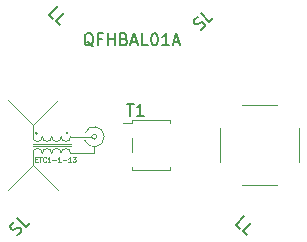
<source format=gbr>
G04 #@! TF.GenerationSoftware,KiCad,Pcbnew,(5.99.0-6591-gee6c8b60ac)*
G04 #@! TF.CreationDate,2020-11-10T06:43:54+01:00*
G04 #@! TF.ProjectId,QFHBAL01,51464842-414c-4303-912e-6b696361645f,rev?*
G04 #@! TF.SameCoordinates,Original*
G04 #@! TF.FileFunction,Legend,Top*
G04 #@! TF.FilePolarity,Positive*
%FSLAX46Y46*%
G04 Gerber Fmt 4.6, Leading zero omitted, Abs format (unit mm)*
G04 Created by KiCad (PCBNEW (5.99.0-6591-gee6c8b60ac)) date 2020-11-10 06:43:54*
%MOMM*%
%LPD*%
G01*
G04 APERTURE LIST*
%ADD10C,0.120000*%
%ADD11C,0.150000*%
%ADD12C,0.080000*%
G04 APERTURE END LIST*
D10*
X146800000Y-90600000D02*
X144800000Y-90600000D01*
X141600000Y-88200000D02*
X143700000Y-86100000D01*
X141600000Y-89200000D02*
X141600000Y-88200000D01*
X146800000Y-90600000D02*
X146800000Y-90100000D01*
X143200000Y-90600000D02*
G75*
G02*
X144000000Y-90600000I400000J0D01*
G01*
X141600000Y-91600000D02*
X143700000Y-93700000D01*
X141600000Y-91600000D02*
X141600000Y-90600000D01*
X142000000Y-88900000D02*
G75*
G03*
X142000000Y-88900000I-100000J0D01*
G01*
X144800000Y-89200000D02*
X146600000Y-89200000D01*
X141600000Y-91600000D02*
X139500000Y-93700000D01*
X141600000Y-90600000D02*
G75*
G02*
X142400000Y-90600000I400000J0D01*
G01*
X144000000Y-89200000D02*
G75*
G02*
X143200000Y-89200000I-400000J0D01*
G01*
X147000000Y-89200000D02*
G75*
G03*
X147000000Y-89200000I-200000J0D01*
G01*
X144800000Y-89200000D02*
G75*
G02*
X144000000Y-89200000I-400000J0D01*
G01*
X141600000Y-89800000D02*
X144800000Y-89800000D01*
X144800000Y-89800000D02*
X144800000Y-89800000D01*
X144800000Y-89800000D02*
X141600000Y-89800000D01*
X141600000Y-89800000D02*
X141600000Y-89800000D01*
X144800000Y-90000000D02*
X141600000Y-90000000D01*
X141600000Y-90000000D02*
X141600000Y-90000000D01*
X141600000Y-90000000D02*
X144800000Y-90000000D01*
X144800000Y-90000000D02*
X144800000Y-90000000D01*
X141600000Y-88200000D02*
X139500000Y-86100000D01*
X144000000Y-90600000D02*
G75*
G02*
X144800000Y-90600000I400000J0D01*
G01*
X146000000Y-89500000D02*
G75*
G03*
X146000000Y-88900000I796358J300000D01*
G01*
X142400000Y-90600000D02*
G75*
G02*
X143200000Y-90600000I400000J0D01*
G01*
X143200000Y-89200000D02*
G75*
G02*
X142400000Y-89200000I-400000J0D01*
G01*
X144600000Y-88900000D02*
G75*
G03*
X144600000Y-88900000I-100000J0D01*
G01*
X142400000Y-89200000D02*
G75*
G02*
X141600000Y-89200000I-400000J0D01*
G01*
D11*
X143325974Y-79195738D02*
X142989257Y-78859020D01*
X143696364Y-78151913D01*
X143898394Y-79768157D02*
X143561677Y-79431440D01*
X144268783Y-78724333D01*
X155804769Y-80124050D02*
X155939456Y-80056706D01*
X156107815Y-79888348D01*
X156141487Y-79787332D01*
X156141487Y-79719989D01*
X156107815Y-79618974D01*
X156040471Y-79551630D01*
X155939456Y-79517958D01*
X155872112Y-79517958D01*
X155771097Y-79551630D01*
X155602738Y-79652645D01*
X155501723Y-79686317D01*
X155434380Y-79686317D01*
X155333364Y-79652645D01*
X155266021Y-79585302D01*
X155232349Y-79484287D01*
X155232349Y-79416943D01*
X155266021Y-79315928D01*
X155434380Y-79147569D01*
X155569067Y-79080225D01*
X156882265Y-79113897D02*
X156545548Y-79450615D01*
X155838441Y-78743508D01*
X146714285Y-81547619D02*
X146619047Y-81500000D01*
X146523809Y-81404761D01*
X146380952Y-81261904D01*
X146285714Y-81214285D01*
X146190476Y-81214285D01*
X146238095Y-81452380D02*
X146142857Y-81404761D01*
X146047619Y-81309523D01*
X146000000Y-81119047D01*
X146000000Y-80785714D01*
X146047619Y-80595238D01*
X146142857Y-80500000D01*
X146238095Y-80452380D01*
X146428571Y-80452380D01*
X146523809Y-80500000D01*
X146619047Y-80595238D01*
X146666666Y-80785714D01*
X146666666Y-81119047D01*
X146619047Y-81309523D01*
X146523809Y-81404761D01*
X146428571Y-81452380D01*
X146238095Y-81452380D01*
X147428571Y-80928571D02*
X147095238Y-80928571D01*
X147095238Y-81452380D02*
X147095238Y-80452380D01*
X147571428Y-80452380D01*
X147952380Y-81452380D02*
X147952380Y-80452380D01*
X147952380Y-80928571D02*
X148523809Y-80928571D01*
X148523809Y-81452380D02*
X148523809Y-80452380D01*
X149333333Y-80928571D02*
X149476190Y-80976190D01*
X149523809Y-81023809D01*
X149571428Y-81119047D01*
X149571428Y-81261904D01*
X149523809Y-81357142D01*
X149476190Y-81404761D01*
X149380952Y-81452380D01*
X149000000Y-81452380D01*
X149000000Y-80452380D01*
X149333333Y-80452380D01*
X149428571Y-80500000D01*
X149476190Y-80547619D01*
X149523809Y-80642857D01*
X149523809Y-80738095D01*
X149476190Y-80833333D01*
X149428571Y-80880952D01*
X149333333Y-80928571D01*
X149000000Y-80928571D01*
X149952380Y-81166666D02*
X150428571Y-81166666D01*
X149857142Y-81452380D02*
X150190476Y-80452380D01*
X150523809Y-81452380D01*
X151333333Y-81452380D02*
X150857142Y-81452380D01*
X150857142Y-80452380D01*
X151857142Y-80452380D02*
X151952380Y-80452380D01*
X152047619Y-80500000D01*
X152095238Y-80547619D01*
X152142857Y-80642857D01*
X152190476Y-80833333D01*
X152190476Y-81071428D01*
X152142857Y-81261904D01*
X152095238Y-81357142D01*
X152047619Y-81404761D01*
X151952380Y-81452380D01*
X151857142Y-81452380D01*
X151761904Y-81404761D01*
X151714285Y-81357142D01*
X151666666Y-81261904D01*
X151619047Y-81071428D01*
X151619047Y-80833333D01*
X151666666Y-80642857D01*
X151714285Y-80547619D01*
X151761904Y-80500000D01*
X151857142Y-80452380D01*
X153142857Y-81452380D02*
X152571428Y-81452380D01*
X152857142Y-81452380D02*
X152857142Y-80452380D01*
X152761904Y-80595238D01*
X152666666Y-80690476D01*
X152571428Y-80738095D01*
X153523809Y-81166666D02*
X154000000Y-81166666D01*
X153428571Y-81452380D02*
X153761904Y-80452380D01*
X154095238Y-81452380D01*
X159124774Y-96975738D02*
X158788057Y-96639020D01*
X159495164Y-95931913D01*
X159697194Y-97548157D02*
X159360477Y-97211440D01*
X160067583Y-96504333D01*
X140259969Y-97497650D02*
X140394656Y-97430306D01*
X140563015Y-97261948D01*
X140596687Y-97160932D01*
X140596687Y-97093589D01*
X140563015Y-96992574D01*
X140495671Y-96925230D01*
X140394656Y-96891558D01*
X140327312Y-96891558D01*
X140226297Y-96925230D01*
X140057938Y-97026245D01*
X139956923Y-97059917D01*
X139889580Y-97059917D01*
X139788564Y-97026245D01*
X139721221Y-96958902D01*
X139687549Y-96857887D01*
X139687549Y-96790543D01*
X139721221Y-96689528D01*
X139889580Y-96521169D01*
X140024267Y-96453825D01*
X141337465Y-96487497D02*
X141000748Y-96824215D01*
X140293641Y-96117108D01*
D12*
X141804761Y-91121428D02*
X141938095Y-91121428D01*
X141995238Y-91330952D02*
X141804761Y-91330952D01*
X141804761Y-90930952D01*
X141995238Y-90930952D01*
X142109523Y-90930952D02*
X142338095Y-90930952D01*
X142223809Y-91330952D02*
X142223809Y-90930952D01*
X142700000Y-91292857D02*
X142680952Y-91311904D01*
X142623809Y-91330952D01*
X142585714Y-91330952D01*
X142528571Y-91311904D01*
X142490476Y-91273809D01*
X142471428Y-91235714D01*
X142452380Y-91159523D01*
X142452380Y-91102380D01*
X142471428Y-91026190D01*
X142490476Y-90988095D01*
X142528571Y-90950000D01*
X142585714Y-90930952D01*
X142623809Y-90930952D01*
X142680952Y-90950000D01*
X142700000Y-90969047D01*
X143080952Y-91330952D02*
X142852380Y-91330952D01*
X142966666Y-91330952D02*
X142966666Y-90930952D01*
X142928571Y-90988095D01*
X142890476Y-91026190D01*
X142852380Y-91045238D01*
X143252380Y-91178571D02*
X143557142Y-91178571D01*
X143957142Y-91330952D02*
X143728571Y-91330952D01*
X143842857Y-91330952D02*
X143842857Y-90930952D01*
X143804761Y-90988095D01*
X143766666Y-91026190D01*
X143728571Y-91045238D01*
X144128571Y-91178571D02*
X144433333Y-91178571D01*
X144833333Y-91330952D02*
X144604761Y-91330952D01*
X144719047Y-91330952D02*
X144719047Y-90930952D01*
X144680952Y-90988095D01*
X144642857Y-91026190D01*
X144604761Y-91045238D01*
X144966666Y-90930952D02*
X145214285Y-90930952D01*
X145080952Y-91083333D01*
X145138095Y-91083333D01*
X145176190Y-91102380D01*
X145195238Y-91121428D01*
X145214285Y-91159523D01*
X145214285Y-91254761D01*
X145195238Y-91292857D01*
X145176190Y-91311904D01*
X145138095Y-91330952D01*
X145023809Y-91330952D01*
X144985714Y-91311904D01*
X144966666Y-91292857D01*
D11*
X149555295Y-86421980D02*
X150126723Y-86421980D01*
X149841009Y-87421980D02*
X149841009Y-86421980D01*
X150983866Y-87421980D02*
X150412438Y-87421980D01*
X150698152Y-87421980D02*
X150698152Y-86421980D01*
X150602914Y-86564838D01*
X150507676Y-86660076D01*
X150412438Y-86707695D01*
D10*
X153200000Y-87800000D02*
X150000000Y-87800000D01*
X150000000Y-91800000D02*
X150000000Y-92000000D01*
X150000000Y-92000000D02*
X153200000Y-92000000D01*
X150000000Y-88000000D02*
X149200000Y-88000000D01*
X150000000Y-87800000D02*
X150000000Y-88000000D01*
X150000000Y-89300000D02*
X150000000Y-90500000D01*
X153200000Y-92000000D02*
X153200000Y-91800000D01*
X153200000Y-88000000D02*
X153200000Y-87800000D01*
X159350000Y-93255000D02*
X162250000Y-93255000D01*
X159350000Y-86545000D02*
X162250000Y-86545000D01*
X157445000Y-88450000D02*
X157445000Y-91350000D01*
X164155000Y-88450000D02*
X164155000Y-91350000D01*
M02*

</source>
